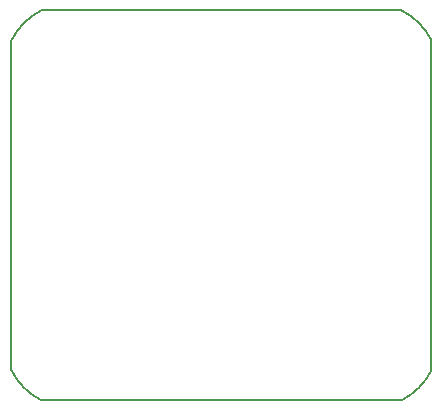
<source format=gbr>
G04 #@! TF.GenerationSoftware,KiCad,Pcbnew,(5.0.2)-1*
G04 #@! TF.CreationDate,2019-07-18T11:35:20+03:00*
G04 #@! TF.ProjectId,Breakout Board STM32L041x6 - TSSOP20,42726561-6b6f-4757-9420-426f61726420,rev?*
G04 #@! TF.SameCoordinates,Original*
G04 #@! TF.FileFunction,Profile,NP*
%FSLAX46Y46*%
G04 Gerber Fmt 4.6, Leading zero omitted, Abs format (unit mm)*
G04 Created by KiCad (PCBNEW (5.0.2)-1) date 18-Jul-19 11:35:20*
%MOMM*%
%LPD*%
G01*
G04 APERTURE LIST*
%ADD10C,0.150000*%
G04 APERTURE END LIST*
D10*
X116840000Y-91439998D02*
G75*
G02X114300001Y-88899999I2540000J5079998D01*
G01*
X149859998Y-88900000D02*
G75*
G02X147319999Y-91439999I-5079998J2540000D01*
G01*
X114300002Y-60960000D02*
G75*
G02X116840001Y-58420001I5079998J-2540000D01*
G01*
X147320000Y-58420002D02*
G75*
G02X149859999Y-60960001I-2540000J-5079998D01*
G01*
X144780000Y-58420000D02*
X147320000Y-58420000D01*
X147320000Y-91440000D02*
X144780000Y-91440000D01*
X149860000Y-60960000D02*
X149860000Y-88900000D01*
X114300000Y-88900000D02*
X114300000Y-60960000D01*
X144780000Y-91440000D02*
X116840000Y-91440000D01*
X116840000Y-58420000D02*
X144780000Y-58420000D01*
M02*

</source>
